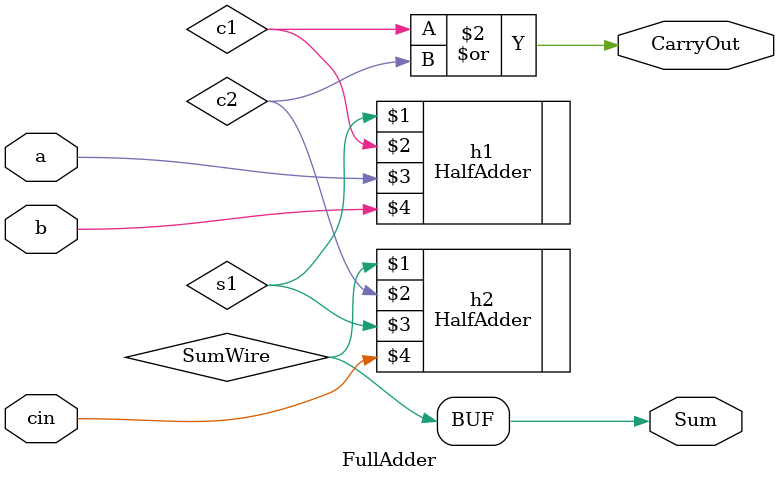
<source format=v>
/* * * * * * * * * * * * * * * * * * * * * * * * * * * *
*  Full Adder Using Half Adder Modules - Alex Santilli *
* 	 																	 *
*	(behavioural descriptions - continuous assignment)	 *
*       																 *
* * * * * * * * * * * * * * * * * * * * * * * * * * * */

module FullAdder(Sum, CarryOut, a, b, cin);
	
	input a, b, cin;
	output CarryOut;
	output reg Sum;
	wire s1, c1, c2, SumWire;
	
	HalfAdder h1(s1, c1, a, b);
	HalfAdder h2(SumWire, c2, s1, cin);
	
	always @(SumWire) begin
		Sum = SumWire;
	end
	
	assign CarryOut = c1 | c2;
	
endmodule 

</source>
